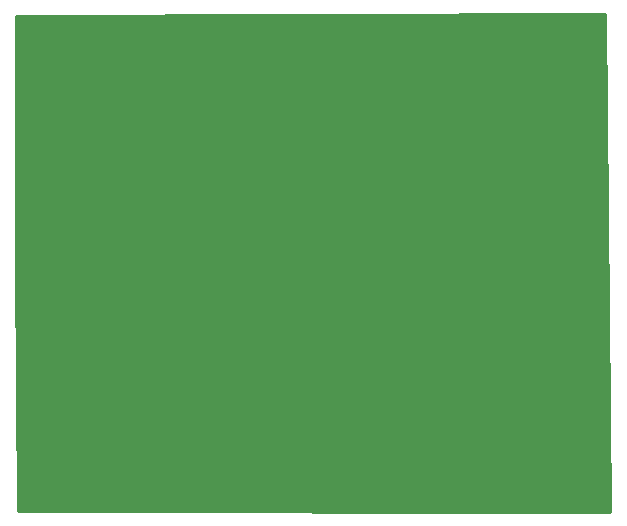
<source format=gbp>
G04 #@! TF.GenerationSoftware,KiCad,Pcbnew,5.1.1-8be2ce7~80~ubuntu18.04.1*
G04 #@! TF.CreationDate,2019-04-17T04:14:47-07:00*
G04 #@! TF.ProjectId,555_timer,3535355f-7469-46d6-9572-2e6b69636164,v01*
G04 #@! TF.SameCoordinates,Original*
G04 #@! TF.FileFunction,Paste,Bot*
G04 #@! TF.FilePolarity,Positive*
%FSLAX46Y46*%
G04 Gerber Fmt 4.6, Leading zero omitted, Abs format (unit mm)*
G04 Created by KiCad (PCBNEW 5.1.1-8be2ce7~80~ubuntu18.04.1) date 2019-04-17 04:14:47*
%MOMM*%
%LPD*%
G04 APERTURE LIST*
%ADD10C,0.254000*%
G04 APERTURE END LIST*
D10*
G36*
X178789221Y-91719141D02*
G01*
X128650079Y-91618054D01*
X128498600Y-70865484D01*
X128498600Y-49707414D01*
X178334765Y-49555782D01*
X178789221Y-91719141D01*
X178789221Y-91719141D01*
G37*
X178789221Y-91719141D02*
X128650079Y-91618054D01*
X128498600Y-70865484D01*
X128498600Y-49707414D01*
X178334765Y-49555782D01*
X178789221Y-91719141D01*
M02*

</source>
